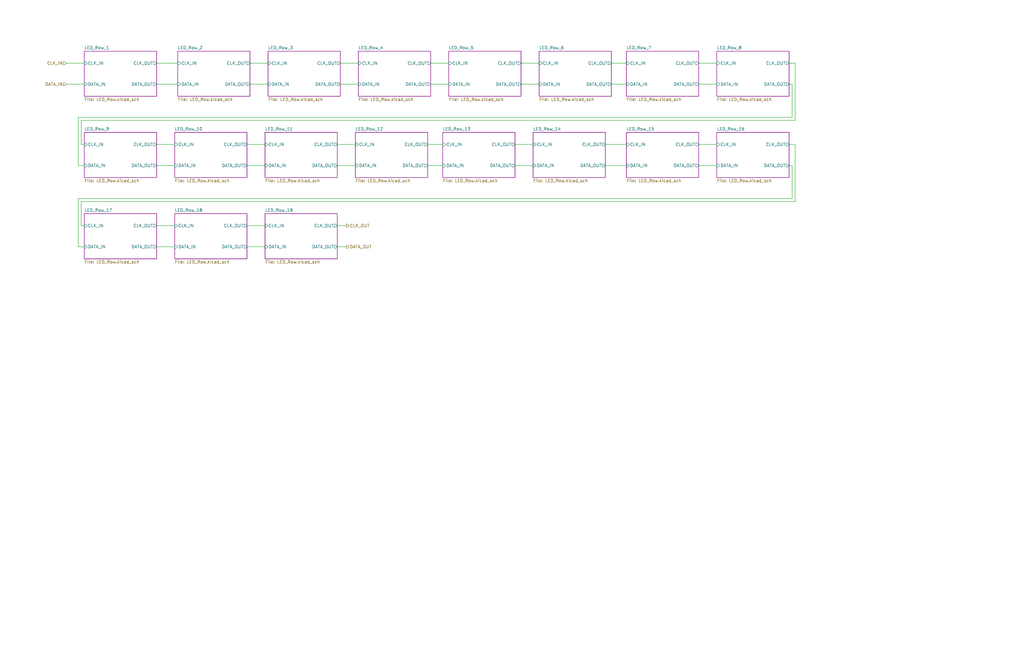
<source format=kicad_sch>
(kicad_sch (version 20211123) (generator eeschema)
  (paper "B")
  (lib_symbols)
  (wire (pts (xy 334.01 35.56) (xy 334.01 49.53)))
  (wire (pts (xy 335.28 60.96) (xy 335.28 85.09)))
  (wire (pts (xy 294.64 69.85) (xy 302.26 69.85)))
  (wire (pts (xy 255.27 60.96) (xy 264.16 60.96)))
  (wire (pts (xy 143.51 26.67) (xy 151.13 26.67)))
  (wire (pts (xy 334.01 83.82) (xy 33.02 83.82)))
  (wire (pts (xy 66.04 69.85) (xy 73.66 69.85)))
  (wire (pts (xy 181.61 35.56) (xy 189.23 35.56)))
  (wire (pts (xy 334.01 49.53) (xy 33.02 49.53)))
  (wire (pts (xy 33.02 104.14) (xy 35.56 104.14)))
  (wire (pts (xy 104.14 104.14) (xy 111.76 104.14)))
  (wire (pts (xy 332.74 60.96) (xy 335.28 60.96)))
  (wire (pts (xy 33.02 49.53) (xy 33.02 69.85)))
  (wire (pts (xy 146.05 95.25) (xy 142.24 95.25)))
  (wire (pts (xy 294.64 35.56) (xy 302.26 35.56)))
  (wire (pts (xy 34.29 60.96) (xy 34.29 50.8)))
  (wire (pts (xy 332.74 69.85) (xy 334.01 69.85)))
  (wire (pts (xy 104.14 60.96) (xy 111.76 60.96)))
  (wire (pts (xy 294.64 26.67) (xy 302.26 26.67)))
  (wire (pts (xy 257.81 26.67) (xy 264.16 26.67)))
  (wire (pts (xy 66.04 35.56) (xy 74.93 35.56)))
  (wire (pts (xy 27.94 35.56) (xy 35.56 35.56)))
  (wire (pts (xy 104.14 95.25) (xy 111.76 95.25)))
  (wire (pts (xy 219.71 35.56) (xy 227.33 35.56)))
  (wire (pts (xy 332.74 26.67) (xy 335.28 26.67)))
  (wire (pts (xy 142.24 60.96) (xy 149.86 60.96)))
  (wire (pts (xy 66.04 26.67) (xy 74.93 26.67)))
  (wire (pts (xy 142.24 69.85) (xy 149.86 69.85)))
  (wire (pts (xy 180.34 60.96) (xy 186.69 60.96)))
  (wire (pts (xy 33.02 69.85) (xy 35.56 69.85)))
  (wire (pts (xy 105.41 35.56) (xy 113.03 35.56)))
  (wire (pts (xy 180.34 69.85) (xy 186.69 69.85)))
  (wire (pts (xy 33.02 83.82) (xy 33.02 104.14)))
  (wire (pts (xy 35.56 60.96) (xy 34.29 60.96)))
  (wire (pts (xy 332.74 35.56) (xy 334.01 35.56)))
  (wire (pts (xy 334.01 69.85) (xy 334.01 83.82)))
  (wire (pts (xy 143.51 35.56) (xy 151.13 35.56)))
  (wire (pts (xy 104.14 69.85) (xy 111.76 69.85)))
  (wire (pts (xy 27.94 26.67) (xy 35.56 26.67)))
  (wire (pts (xy 105.41 26.67) (xy 113.03 26.67)))
  (wire (pts (xy 217.17 69.85) (xy 224.79 69.85)))
  (wire (pts (xy 35.56 95.25) (xy 34.29 95.25)))
  (wire (pts (xy 66.04 104.14) (xy 73.66 104.14)))
  (wire (pts (xy 257.81 35.56) (xy 264.16 35.56)))
  (wire (pts (xy 146.05 104.14) (xy 142.24 104.14)))
  (wire (pts (xy 181.61 26.67) (xy 189.23 26.67)))
  (wire (pts (xy 217.17 60.96) (xy 224.79 60.96)))
  (wire (pts (xy 66.04 60.96) (xy 73.66 60.96)))
  (wire (pts (xy 66.04 95.25) (xy 73.66 95.25)))
  (wire (pts (xy 219.71 26.67) (xy 227.33 26.67)))
  (wire (pts (xy 294.64 60.96) (xy 302.26 60.96)))
  (wire (pts (xy 335.28 26.67) (xy 335.28 50.8)))
  (wire (pts (xy 255.27 69.85) (xy 264.16 69.85)))
  (wire (pts (xy 34.29 50.8) (xy 335.28 50.8)))
  (wire (pts (xy 34.29 85.09) (xy 335.28 85.09)))
  (wire (pts (xy 34.29 95.25) (xy 34.29 85.09)))
  (hierarchical_label "CLK_OUT" (shape output) (at 146.05 95.25 0))
  (hierarchical_label "CLK_IN" (shape input) (at 27.94 26.67 180))
  (hierarchical_label "DATA_OUT" (shape output) (at 146.05 104.14 0))
  (hierarchical_label "DATA_IN" (shape input) (at 27.94 35.56 180))
  (sheet (at 111.76 90.17) (size 30.48 19.05) (stroke (width 0.1524) (color 132 0 132 1)) (fill (color 255 255 255 0.0000))
    (property "Sheet name" "LED_Row_19" (at 111.76 89.4584 0) (effects (justify left bottom)))
    (property "Sheet file" "LED_Row.kicad_sch" (at 111.76 109.8046 0) (effects (justify left top)))
    (pin "CLK_IN" input (at 111.76 95.25 180))
    (pin "DATA_IN" input (at 111.76 104.14 180))
    (pin "CLK_OUT" output (at 142.24 95.25 0))
    (pin "DATA_OUT" output (at 142.24 104.14 0))
  )
  (sheet (at 302.26 55.88) (size 30.48 19.05) (stroke (width 0.1524) (color 132 0 132 1)) (fill (color 255 255 255 0.0000))
    (property "Sheet name" "LED_Row_16" (at 302.26 55.1684 0) (effects (justify left bottom)))
    (property "Sheet file" "LED_Row.kicad_sch" (at 302.26 75.5146 0) (effects (justify left top)))
    (pin "CLK_IN" input (at 302.26 60.96 180))
    (pin "DATA_IN" input (at 302.26 69.85 180))
    (pin "CLK_OUT" output (at 332.74 60.96 0))
    (pin "DATA_OUT" output (at 332.74 69.85 0))
  )
  (sheet (at 227.33 21.59) (size 30.48 19.05) (stroke (width 0.1524) (color 132 0 132 1)) (fill (color 255 255 255 0.0000))
    (property "Sheet name" "LED_Row_6" (at 227.33 20.8784 0) (effects (justify left bottom)))
    (property "Sheet file" "LED_Row.kicad_sch" (at 227.33 41.2246 0) (effects (justify left top)))
    (pin "CLK_IN" input (at 227.33 26.67 180))
    (pin "DATA_IN" input (at 227.33 35.56 180))
    (pin "CLK_OUT" output (at 257.81 26.67 0))
    (pin "DATA_OUT" output (at 257.81 35.56 0))
  )
  (sheet (at 264.16 21.59) (size 30.48 19.05) (stroke (width 0.1524) (color 132 0 132 1)) (fill (color 255 255 255 0.0000))
    (property "Sheet name" "LED_Row_7" (at 264.16 20.8784 0) (effects (justify left bottom)))
    (property "Sheet file" "LED_Row.kicad_sch" (at 264.16 41.2246 0) (effects (justify left top)))
    (pin "CLK_IN" input (at 264.16 26.67 180))
    (pin "DATA_IN" input (at 264.16 35.56 180))
    (pin "CLK_OUT" output (at 294.64 26.67 0))
    (pin "DATA_OUT" output (at 294.64 35.56 0))
  )
  (sheet (at 35.56 55.88) (size 30.48 19.05) (stroke (width 0.1524) (color 132 0 132 1)) (fill (color 255 255 255 0.0000))
    (property "Sheet name" "LED_Row_9" (at 35.56 55.1684 0) (effects (justify left bottom)))
    (property "Sheet file" "LED_Row.kicad_sch" (at 35.56 75.5146 0) (effects (justify left top)))
    (pin "CLK_IN" input (at 35.56 60.96 180))
    (pin "DATA_IN" input (at 35.56 69.85 180))
    (pin "CLK_OUT" output (at 66.04 60.96 0))
    (pin "DATA_OUT" output (at 66.04 69.85 0))
  )
  (sheet (at 73.66 55.88) (size 30.48 19.05) (stroke (width 0.1524) (color 132 0 132 1)) (fill (color 255 255 255 0.0000))
    (property "Sheet name" "LED_Row_10" (at 73.66 55.1684 0) (effects (justify left bottom)))
    (property "Sheet file" "LED_Row.kicad_sch" (at 73.66 75.5146 0) (effects (justify left top)))
    (pin "CLK_IN" input (at 73.66 60.96 180))
    (pin "DATA_IN" input (at 73.66 69.85 180))
    (pin "CLK_OUT" output (at 104.14 60.96 0))
    (pin "DATA_OUT" output (at 104.14 69.85 0))
  )
  (sheet (at 186.69 55.88) (size 30.48 19.05) (stroke (width 0.1524) (color 132 0 132 1)) (fill (color 255 255 255 0.0000))
    (property "Sheet name" "LED_Row_13" (at 186.69 55.1684 0) (effects (justify left bottom)))
    (property "Sheet file" "LED_Row.kicad_sch" (at 186.69 75.5146 0) (effects (justify left top)))
    (pin "CLK_IN" input (at 186.69 60.96 180))
    (pin "DATA_IN" input (at 186.69 69.85 180))
    (pin "CLK_OUT" output (at 217.17 60.96 0))
    (pin "DATA_OUT" output (at 217.17 69.85 0))
  )
  (sheet (at 35.56 90.17) (size 30.48 19.05) (stroke (width 0.1524) (color 132 0 132 1)) (fill (color 255 255 255 0.0000))
    (property "Sheet name" "LED_Row_17" (at 35.56 89.4584 0) (effects (justify left bottom)))
    (property "Sheet file" "LED_Row.kicad_sch" (at 35.56 109.8046 0) (effects (justify left top)))
    (pin "CLK_IN" input (at 35.56 95.25 180))
    (pin "DATA_IN" input (at 35.56 104.14 180))
    (pin "CLK_OUT" output (at 66.04 95.25 0))
    (pin "DATA_OUT" output (at 66.04 104.14 0))
  )
  (sheet (at 149.86 55.88) (size 30.48 19.05) (stroke (width 0.1524) (color 132 0 132 1)) (fill (color 255 255 255 0.0000))
    (property "Sheet name" "LED_Row_12" (at 149.86 55.1684 0) (effects (justify left bottom)))
    (property "Sheet file" "LED_Row.kicad_sch" (at 149.86 75.5146 0) (effects (justify left top)))
    (pin "CLK_IN" input (at 149.86 60.96 180))
    (pin "DATA_IN" input (at 149.86 69.85 180))
    (pin "CLK_OUT" output (at 180.34 60.96 0))
    (pin "DATA_OUT" output (at 180.34 69.85 0))
  )
  (sheet (at 113.03 21.59) (size 30.48 19.05) (stroke (width 0.1524) (color 132 0 132 1)) (fill (color 255 255 255 0.0000))
    (property "Sheet name" "LED_Row_3" (at 113.03 20.8784 0) (effects (justify left bottom)))
    (property "Sheet file" "LED_Row.kicad_sch" (at 113.03 41.2246 0) (effects (justify left top)))
    (pin "CLK_IN" input (at 113.03 26.67 180))
    (pin "DATA_IN" input (at 113.03 35.56 180))
    (pin "CLK_OUT" output (at 143.51 26.67 0))
    (pin "DATA_OUT" output (at 143.51 35.56 0))
  )
  (sheet (at 302.26 21.59) (size 30.48 19.05) (stroke (width 0.1524) (color 132 0 132 1)) (fill (color 255 255 255 0.0000))
    (property "Sheet name" "LED_Row_8" (at 302.26 20.8784 0) (effects (justify left bottom)))
    (property "Sheet file" "LED_Row.kicad_sch" (at 302.26 41.2246 0) (effects (justify left top)))
    (pin "CLK_IN" input (at 302.26 26.67 180))
    (pin "DATA_IN" input (at 302.26 35.56 180))
    (pin "CLK_OUT" output (at 332.74 26.67 0))
    (pin "DATA_OUT" output (at 332.74 35.56 0))
  )
  (sheet (at 264.16 55.88) (size 30.48 19.05) (stroke (width 0.1524) (color 132 0 132 1)) (fill (color 255 255 255 0.0000))
    (property "Sheet name" "LED_Row_15" (at 264.16 55.1684 0) (effects (justify left bottom)))
    (property "Sheet file" "LED_Row.kicad_sch" (at 264.16 75.5146 0) (effects (justify left top)))
    (pin "CLK_IN" input (at 264.16 60.96 180))
    (pin "DATA_IN" input (at 264.16 69.85 180))
    (pin "CLK_OUT" output (at 294.64 60.96 0))
    (pin "DATA_OUT" output (at 294.64 69.85 0))
  )
  (sheet (at 224.79 55.88) (size 30.48 19.05) (stroke (width 0.1524) (color 132 0 132 1)) (fill (color 255 255 255 0.0000))
    (property "Sheet name" "LED_Row_14" (at 224.79 55.1684 0) (effects (justify left bottom)))
    (property "Sheet file" "LED_Row.kicad_sch" (at 224.79 75.5146 0) (effects (justify left top)))
    (pin "CLK_IN" input (at 224.79 60.96 180))
    (pin "DATA_IN" input (at 224.79 69.85 180))
    (pin "CLK_OUT" output (at 255.27 60.96 0))
    (pin "DATA_OUT" output (at 255.27 69.85 0))
  )
  (sheet (at 74.93 21.59) (size 30.48 19.05) (stroke (width 0.1524) (color 132 0 132 1)) (fill (color 255 255 255 0.0000))
    (property "Sheet name" "LED_Row_2" (at 74.93 20.8784 0) (effects (justify left bottom)))
    (property "Sheet file" "LED_Row.kicad_sch" (at 74.93 41.2246 0) (effects (justify left top)))
    (pin "CLK_IN" input (at 74.93 26.67 180))
    (pin "DATA_IN" input (at 74.93 35.56 180))
    (pin "CLK_OUT" output (at 105.41 26.67 0))
    (pin "DATA_OUT" output (at 105.41 35.56 0))
  )
  (sheet (at 111.76 55.88) (size 30.48 19.05) (stroke (width 0.1524) (color 132 0 132 1)) (fill (color 255 255 255 0.0000))
    (property "Sheet name" "LED_Row_11" (at 111.76 55.1684 0) (effects (justify left bottom)))
    (property "Sheet file" "LED_Row.kicad_sch" (at 111.76 75.5146 0) (effects (justify left top)))
    (pin "CLK_IN" input (at 111.76 60.96 180))
    (pin "DATA_IN" input (at 111.76 69.85 180))
    (pin "CLK_OUT" output (at 142.24 60.96 0))
    (pin "DATA_OUT" output (at 142.24 69.85 0))
  )
  (sheet (at 35.56 21.59) (size 30.48 19.05) (stroke (width 0.1524) (color 132 0 132 1)) (fill (color 255 255 255 0.0000))
    (property "Sheet name" "LED_Row_1" (at 35.56 20.8784 0) (effects (justify left bottom)))
    (property "Sheet file" "LED_Row.kicad_sch" (at 35.56 41.2246 0) (effects (justify left top)))
    (pin "CLK_IN" input (at 35.56 26.67 180))
    (pin "DATA_IN" input (at 35.56 35.56 180))
    (pin "CLK_OUT" output (at 66.04 26.67 0))
    (pin "DATA_OUT" output (at 66.04 35.56 0))
  )
  (sheet (at 189.23 21.59) (size 30.48 19.05) (stroke (width 0.1524) (color 132 0 132 1)) (fill (color 255 255 255 0.0000))
    (property "Sheet name" "LED_Row_5" (at 189.23 20.8784 0) (effects (justify left bottom)))
    (property "Sheet file" "LED_Row.kicad_sch" (at 189.23 41.2246 0) (effects (justify left top)))
    (pin "CLK_IN" input (at 189.23 26.67 180))
    (pin "DATA_IN" input (at 189.23 35.56 180))
    (pin "CLK_OUT" output (at 219.71 26.67 0))
    (pin "DATA_OUT" output (at 219.71 35.56 0))
  )
  (sheet (at 151.13 21.59) (size 30.48 19.05) (stroke (width 0.1524) (color 132 0 132 1)) (fill (color 255 255 255 0.0000))
    (property "Sheet name" "LED_Row_4" (at 151.13 20.8784 0) (effects (justify left bottom)))
    (property "Sheet file" "LED_Row.kicad_sch" (at 151.13 41.2246 0) (effects (justify left top)))
    (pin "CLK_IN" input (at 151.13 26.67 180))
    (pin "DATA_IN" input (at 151.13 35.56 180))
    (pin "CLK_OUT" output (at 181.61 26.67 0))
    (pin "DATA_OUT" output (at 181.61 35.56 0))
  )
  (sheet (at 73.66 90.17) (size 30.48 19.05) (stroke (width 0.1524) (color 132 0 132 1)) (fill (color 255 255 255 0.0000))
    (property "Sheet name" "LED_Row_18" (at 73.66 89.4584 0) (effects (justify left bottom)))
    (property "Sheet file" "LED_Row.kicad_sch" (at 73.66 109.8046 0) (effects (justify left top)))
    (pin "CLK_IN" input (at 73.66 95.25 180))
    (pin "DATA_IN" input (at 73.66 104.14 180))
    (pin "CLK_OUT" output (at 104.14 95.25 0))
    (pin "DATA_OUT" output (at 104.14 104.14 0))
  )
)
</source>
